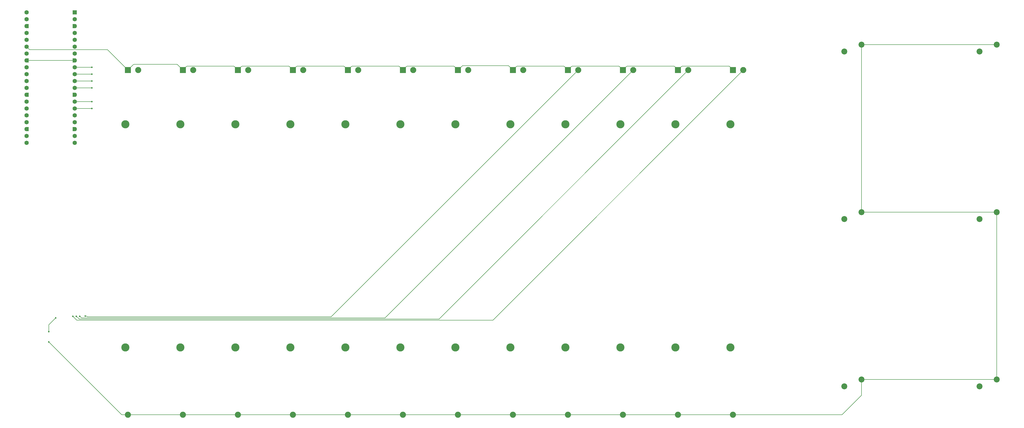
<source format=gbr>
%TF.GenerationSoftware,KiCad,Pcbnew,9.0.1*%
%TF.CreationDate,2025-07-07T17:58:15-06:00*%
%TF.ProjectId,MixDeck v1,4d697844-6563-46b2-9076-312e6b696361,rev?*%
%TF.SameCoordinates,Original*%
%TF.FileFunction,Copper,L1,Top*%
%TF.FilePolarity,Positive*%
%FSLAX46Y46*%
G04 Gerber Fmt 4.6, Leading zero omitted, Abs format (unit mm)*
G04 Created by KiCad (PCBNEW 9.0.1) date 2025-07-07 17:58:15*
%MOMM*%
%LPD*%
G01*
G04 APERTURE LIST*
G04 Aperture macros list*
%AMRoundRect*
0 Rectangle with rounded corners*
0 $1 Rounding radius*
0 $2 $3 $4 $5 $6 $7 $8 $9 X,Y pos of 4 corners*
0 Add a 4 corners polygon primitive as box body*
4,1,4,$2,$3,$4,$5,$6,$7,$8,$9,$2,$3,0*
0 Add four circle primitives for the rounded corners*
1,1,$1+$1,$2,$3*
1,1,$1+$1,$4,$5*
1,1,$1+$1,$6,$7*
1,1,$1+$1,$8,$9*
0 Add four rect primitives between the rounded corners*
20,1,$1+$1,$2,$3,$4,$5,0*
20,1,$1+$1,$4,$5,$6,$7,0*
20,1,$1+$1,$6,$7,$8,$9,0*
20,1,$1+$1,$8,$9,$2,$3,0*%
%AMFreePoly0*
4,1,37,0.603843,0.796157,0.639018,0.796157,0.711114,0.766294,0.766294,0.711114,0.796157,0.639018,0.796157,0.603843,0.800000,0.600000,0.800000,-0.600000,0.796157,-0.603843,0.796157,-0.639018,0.766294,-0.711114,0.711114,-0.766294,0.639018,-0.796157,0.603843,-0.796157,0.600000,-0.800000,0.000000,-0.800000,0.000000,-0.796148,-0.078414,-0.796148,-0.232228,-0.765552,-0.377117,-0.705537,
-0.507515,-0.618408,-0.618408,-0.507515,-0.705537,-0.377117,-0.765552,-0.232228,-0.796148,-0.078414,-0.796148,0.078414,-0.765552,0.232228,-0.705537,0.377117,-0.618408,0.507515,-0.507515,0.618408,-0.377117,0.705537,-0.232228,0.765552,-0.078414,0.796148,0.000000,0.796148,0.000000,0.800000,0.600000,0.800000,0.603843,0.796157,0.603843,0.796157,$1*%
%AMFreePoly1*
4,1,37,0.000000,0.796148,0.078414,0.796148,0.232228,0.765552,0.377117,0.705537,0.507515,0.618408,0.618408,0.507515,0.705537,0.377117,0.765552,0.232228,0.796148,0.078414,0.796148,-0.078414,0.765552,-0.232228,0.705537,-0.377117,0.618408,-0.507515,0.507515,-0.618408,0.377117,-0.705537,0.232228,-0.765552,0.078414,-0.796148,0.000000,-0.796148,0.000000,-0.800000,-0.600000,-0.800000,
-0.603843,-0.796157,-0.639018,-0.796157,-0.711114,-0.766294,-0.766294,-0.711114,-0.796157,-0.639018,-0.796157,-0.603843,-0.800000,-0.600000,-0.800000,0.600000,-0.796157,0.603843,-0.796157,0.639018,-0.766294,0.711114,-0.711114,0.766294,-0.639018,0.796157,-0.603843,0.796157,-0.600000,0.800000,0.000000,0.800000,0.000000,0.796148,0.000000,0.796148,$1*%
G04 Aperture macros list end*
%TA.AperFunction,ComponentPad*%
%ADD10R,2.250000X2.250000*%
%TD*%
%TA.AperFunction,ComponentPad*%
%ADD11C,2.250000*%
%TD*%
%TA.AperFunction,ComponentPad*%
%ADD12C,3.000000*%
%TD*%
%TA.AperFunction,ComponentPad*%
%ADD13C,2.200000*%
%TD*%
%TA.AperFunction,ComponentPad*%
%ADD14RoundRect,0.200000X0.600000X0.600000X-0.600000X0.600000X-0.600000X-0.600000X0.600000X-0.600000X0*%
%TD*%
%TA.AperFunction,ComponentPad*%
%ADD15C,1.600000*%
%TD*%
%TA.AperFunction,ComponentPad*%
%ADD16FreePoly0,180.000000*%
%TD*%
%TA.AperFunction,ComponentPad*%
%ADD17FreePoly1,180.000000*%
%TD*%
%TA.AperFunction,ViaPad*%
%ADD18C,0.600000*%
%TD*%
%TA.AperFunction,Conductor*%
%ADD19C,0.200000*%
%TD*%
G04 APERTURE END LIST*
D10*
%TO.P,RV7,1,1*%
%TO.N,REFV*%
X542914936Y-220730000D03*
D11*
%TO.P,RV7,2,2*%
%TO.N,Net-(U1-I6)*%
X546714936Y-220730000D03*
%TO.P,RV7,3,3*%
%TO.N,GND*%
X542914936Y-348230000D03*
D12*
%TO.P,RV7,MH1*%
%TO.N,N/C*%
X541964936Y-240780000D03*
%TO.P,RV7,MH2*%
X541964936Y-323280000D03*
%TD*%
D10*
%TO.P,RV2,1,1*%
%TO.N,REFV*%
X441299873Y-220730000D03*
D11*
%TO.P,RV2,2,2*%
%TO.N,Net-(U1-I1)*%
X445099873Y-220730000D03*
%TO.P,RV2,3,3*%
%TO.N,GND*%
X441299873Y-348230000D03*
D12*
%TO.P,RV2,MH1*%
%TO.N,N/C*%
X440349873Y-240780000D03*
%TO.P,RV2,MH2*%
X440349873Y-323280000D03*
%TD*%
D10*
%TO.P,RV10,1,1*%
%TO.N,REFV*%
X603883975Y-220730000D03*
D11*
%TO.P,RV10,2,2*%
%TO.N,Net-(U1-I9)*%
X607683975Y-220730000D03*
%TO.P,RV10,3,3*%
%TO.N,GND*%
X603883975Y-348230000D03*
D12*
%TO.P,RV10,MH1*%
%TO.N,N/C*%
X602933975Y-240780000D03*
%TO.P,RV10,MH2*%
X602933975Y-323280000D03*
%TD*%
D13*
%TO.P,SW2,1,1*%
%TO.N,GND*%
X741920000Y-211350000D03*
%TO.P,SW2,2,2*%
%TO.N,Bttn2*%
X735570000Y-213890000D03*
%TD*%
%TO.P,SW6,1,1*%
%TO.N,GND*%
X741920000Y-335190000D03*
%TO.P,SW6,2,2*%
%TO.N,Bttn6*%
X735570000Y-337730000D03*
%TD*%
D10*
%TO.P,RV9,1,1*%
%TO.N,REFV*%
X583560962Y-220730000D03*
D11*
%TO.P,RV9,2,2*%
%TO.N,Net-(U1-I8)*%
X587360962Y-220730000D03*
%TO.P,RV9,3,3*%
%TO.N,GND*%
X583560962Y-348230000D03*
D12*
%TO.P,RV9,MH1*%
%TO.N,N/C*%
X582610962Y-240780000D03*
%TO.P,RV9,MH2*%
X582610962Y-323280000D03*
%TD*%
D10*
%TO.P,RV1,1,1*%
%TO.N,REFV*%
X420976860Y-220730000D03*
D11*
%TO.P,RV1,2,2*%
%TO.N,Net-(U1-I0)*%
X424776860Y-220730000D03*
%TO.P,RV1,3,3*%
%TO.N,GND*%
X420976860Y-348230000D03*
D12*
%TO.P,RV1,MH1*%
%TO.N,N/C*%
X420026860Y-240780000D03*
%TO.P,RV1,MH2*%
X420026860Y-323280000D03*
%TD*%
D10*
%TO.P,RV8,1,1*%
%TO.N,REFV*%
X563237949Y-220730000D03*
D11*
%TO.P,RV8,2,2*%
%TO.N,Net-(U1-I7)*%
X567037949Y-220730000D03*
%TO.P,RV8,3,3*%
%TO.N,GND*%
X563237949Y-348230000D03*
D12*
%TO.P,RV8,MH1*%
%TO.N,N/C*%
X562287949Y-240780000D03*
%TO.P,RV8,MH2*%
X562287949Y-323280000D03*
%TD*%
D10*
%TO.P,RV6,1,1*%
%TO.N,REFV*%
X522591924Y-220730000D03*
D11*
%TO.P,RV6,2,2*%
%TO.N,Net-(U1-I5)*%
X526391924Y-220730000D03*
%TO.P,RV6,3,3*%
%TO.N,GND*%
X522591924Y-348230000D03*
D12*
%TO.P,RV6,MH1*%
%TO.N,N/C*%
X521641924Y-240780000D03*
%TO.P,RV6,MH2*%
X521641924Y-323280000D03*
%TD*%
D10*
%TO.P,RV12,1,1*%
%TO.N,REFV*%
X644530000Y-220730000D03*
D11*
%TO.P,RV12,2,2*%
%TO.N,Net-(U1-I11)*%
X648330000Y-220730000D03*
%TO.P,RV12,3,3*%
%TO.N,GND*%
X644530000Y-348230000D03*
D12*
%TO.P,RV12,MH1*%
%TO.N,N/C*%
X643580000Y-240780000D03*
%TO.P,RV12,MH2*%
X643580000Y-323280000D03*
%TD*%
D13*
%TO.P,SW5,1,1*%
%TO.N,GND*%
X692000000Y-335190000D03*
%TO.P,SW5,2,2*%
%TO.N,Bttn5*%
X685650000Y-337730000D03*
%TD*%
D10*
%TO.P,RV5,1,1*%
%TO.N,REFV*%
X502268911Y-220730000D03*
D11*
%TO.P,RV5,2,2*%
%TO.N,Net-(U1-I4)*%
X506068911Y-220730000D03*
%TO.P,RV5,3,3*%
%TO.N,GND*%
X502268911Y-348230000D03*
D12*
%TO.P,RV5,MH1*%
%TO.N,N/C*%
X501318911Y-240780000D03*
%TO.P,RV5,MH2*%
X501318911Y-323280000D03*
%TD*%
D13*
%TO.P,SW1,1,1*%
%TO.N,GND*%
X692000000Y-211350000D03*
%TO.P,SW1,2,2*%
%TO.N,Bttn1*%
X685650000Y-213890000D03*
%TD*%
D10*
%TO.P,RV4,1,1*%
%TO.N,REFV*%
X481945898Y-220730000D03*
D11*
%TO.P,RV4,2,2*%
%TO.N,Net-(U1-I3)*%
X485745898Y-220730000D03*
%TO.P,RV4,3,3*%
%TO.N,GND*%
X481945898Y-348230000D03*
D12*
%TO.P,RV4,MH1*%
%TO.N,N/C*%
X480995898Y-240780000D03*
%TO.P,RV4,MH2*%
X480995898Y-323280000D03*
%TD*%
D10*
%TO.P,RV3,1,1*%
%TO.N,REFV*%
X461622885Y-220730000D03*
D11*
%TO.P,RV3,2,2*%
%TO.N,Net-(U1-I2)*%
X465422885Y-220730000D03*
%TO.P,RV3,3,3*%
%TO.N,GND*%
X461622885Y-348230000D03*
D12*
%TO.P,RV3,MH1*%
%TO.N,N/C*%
X460672885Y-240780000D03*
%TO.P,RV3,MH2*%
X460672885Y-323280000D03*
%TD*%
D10*
%TO.P,RV11,1,1*%
%TO.N,REFV*%
X624206987Y-220730000D03*
D11*
%TO.P,RV11,2,2*%
%TO.N,Net-(U1-I10)*%
X628006987Y-220730000D03*
%TO.P,RV11,3,3*%
%TO.N,GND*%
X624206987Y-348230000D03*
D12*
%TO.P,RV11,MH1*%
%TO.N,N/C*%
X623256987Y-240780000D03*
%TO.P,RV11,MH2*%
X623256987Y-323280000D03*
%TD*%
D13*
%TO.P,SW3,1,1*%
%TO.N,GND*%
X692000000Y-273270000D03*
%TO.P,SW3,2,2*%
%TO.N,Bttn4*%
X685650000Y-275810000D03*
%TD*%
%TO.P,SW4,1,1*%
%TO.N,GND*%
X741920000Y-273270000D03*
%TO.P,SW4,2,2*%
%TO.N,Bttn3*%
X735570000Y-275810000D03*
%TD*%
D14*
%TO.P,A1,1,GPIO0*%
%TO.N,unconnected-(A1-GPIO0-Pad1)*%
X401320000Y-199390000D03*
D15*
%TO.P,A1,2,GPIO1*%
%TO.N,unconnected-(A1-GPIO1-Pad2)*%
X401320000Y-201930000D03*
D16*
%TO.P,A1,3,GND*%
%TO.N,GND*%
X401320000Y-204470000D03*
D15*
%TO.P,A1,4,GPIO2*%
%TO.N,S0*%
X401320000Y-207010000D03*
%TO.P,A1,5,GPIO3*%
%TO.N,S1*%
X401320000Y-209550000D03*
%TO.P,A1,6,GPIO4*%
%TO.N,S2*%
X401320000Y-212090000D03*
%TO.P,A1,7,GPIO5*%
%TO.N,S3*%
X401320000Y-214630000D03*
D16*
%TO.P,A1,8,GND*%
%TO.N,GND*%
X401320000Y-217170000D03*
D15*
%TO.P,A1,9,GPIO6*%
%TO.N,Bttn1*%
X401320000Y-219710000D03*
%TO.P,A1,10,GPIO7*%
%TO.N,Bttn2*%
X401320000Y-222250000D03*
%TO.P,A1,11,GPIO8*%
%TO.N,Bttn3*%
X401320000Y-224790000D03*
%TO.P,A1,12,GPIO9*%
%TO.N,Bttn4*%
X401320000Y-227330000D03*
D16*
%TO.P,A1,13,GND*%
%TO.N,GND*%
X401320000Y-229870000D03*
D15*
%TO.P,A1,14,GPIO10*%
%TO.N,Bttn5*%
X401320000Y-232410000D03*
%TO.P,A1,15,GPIO11*%
%TO.N,Bttn6*%
X401320000Y-234950000D03*
%TO.P,A1,16,GPIO12*%
%TO.N,unconnected-(A1-GPIO12-Pad16)*%
X401320000Y-237490000D03*
%TO.P,A1,17,GPIO13*%
%TO.N,unconnected-(A1-GPIO13-Pad17)*%
X401320000Y-240030000D03*
D16*
%TO.P,A1,18,GND*%
%TO.N,GND*%
X401320000Y-242570000D03*
D15*
%TO.P,A1,19,GPIO14*%
%TO.N,unconnected-(A1-GPIO14-Pad19)*%
X401320000Y-245110000D03*
%TO.P,A1,20,GPIO15*%
%TO.N,unconnected-(A1-GPIO15-Pad20)*%
X401320000Y-247650000D03*
%TO.P,A1,21,GPIO16*%
%TO.N,unconnected-(A1-GPIO16-Pad21)*%
X383540000Y-247650000D03*
%TO.P,A1,22,GPIO17*%
%TO.N,unconnected-(A1-GPIO17-Pad22)*%
X383540000Y-245110000D03*
D17*
%TO.P,A1,23,GND*%
%TO.N,GND*%
X383540000Y-242570000D03*
D15*
%TO.P,A1,24,GPIO18*%
%TO.N,unconnected-(A1-GPIO18-Pad24)*%
X383540000Y-240030000D03*
%TO.P,A1,25,GPIO19*%
%TO.N,unconnected-(A1-GPIO19-Pad25)*%
X383540000Y-237490000D03*
%TO.P,A1,26,GPIO20*%
%TO.N,unconnected-(A1-GPIO20-Pad26)*%
X383540000Y-234950000D03*
%TO.P,A1,27,GPIO21*%
%TO.N,unconnected-(A1-GPIO21-Pad27)*%
X383540000Y-232410000D03*
D17*
%TO.P,A1,28,GND*%
%TO.N,GND*%
X383540000Y-229870000D03*
D15*
%TO.P,A1,29,GPIO22*%
%TO.N,unconnected-(A1-GPIO22-Pad29)*%
X383540000Y-227330000D03*
%TO.P,A1,30,RUN*%
%TO.N,unconnected-(A1-RUN-Pad30)*%
X383540000Y-224790000D03*
%TO.P,A1,31,GPIO26_ADC0*%
%TO.N,SIG*%
X383540000Y-222250000D03*
%TO.P,A1,32,GPIO27_ADC1*%
%TO.N,unconnected-(A1-GPIO27_ADC1-Pad32)*%
X383540000Y-219710000D03*
D17*
%TO.P,A1,33,AGND*%
%TO.N,GND*%
X383540000Y-217170000D03*
D15*
%TO.P,A1,34,GPIO28_ADC2*%
%TO.N,unconnected-(A1-GPIO28_ADC2-Pad34)*%
X383540000Y-214630000D03*
%TO.P,A1,35,ADC_VREF*%
%TO.N,REFV*%
X383540000Y-212090000D03*
%TO.P,A1,36,3V3*%
%TO.N,3V3*%
X383540000Y-209550000D03*
%TO.P,A1,37,3V3_EN*%
%TO.N,unconnected-(A1-3V3_EN-Pad37)*%
X383540000Y-207010000D03*
D17*
%TO.P,A1,38,GND*%
%TO.N,GND*%
X383540000Y-204470000D03*
D15*
%TO.P,A1,39,VSYS*%
%TO.N,unconnected-(A1-VSYS-Pad39)*%
X383540000Y-201930000D03*
%TO.P,A1,40,VBUS*%
%TO.N,unconnected-(A1-VBUS-Pad40)*%
X383540000Y-199390000D03*
%TD*%
D18*
%TO.N,GND*%
X394335000Y-312420000D03*
X391795000Y-321310000D03*
X391795000Y-317500000D03*
%TO.N,Bttn3*%
X407670000Y-224790000D03*
%TO.N,Bttn1*%
X407670000Y-219710000D03*
%TO.N,Bttn5*%
X407670000Y-232410000D03*
%TO.N,Bttn2*%
X407670000Y-222250000D03*
%TO.N,Bttn6*%
X407670000Y-234950000D03*
%TO.N,Bttn4*%
X407670000Y-227330000D03*
%TO.N,Net-(U1-I8)*%
X405203123Y-311690317D03*
%TO.N,Net-(U1-I9)*%
X403225000Y-311785000D03*
%TO.N,Net-(U1-I10)*%
X401955000Y-311785000D03*
%TO.N,Net-(U1-I11)*%
X400685000Y-311785000D03*
%TD*%
D19*
%TO.N,GND*%
X394335000Y-312420000D02*
X391795000Y-314960000D01*
X418715000Y-348230000D02*
X420976860Y-348230000D01*
X391795000Y-321310000D02*
X418715000Y-348230000D01*
X563237949Y-348230000D02*
X583560962Y-348230000D01*
X502268911Y-348230000D02*
X522591924Y-348230000D01*
X461622885Y-348230000D02*
X481945898Y-348230000D01*
X624206987Y-348230000D02*
X644530000Y-348230000D01*
X391795000Y-314960000D02*
X391795000Y-317500000D01*
X692000000Y-335190000D02*
X741920000Y-335190000D01*
X741920000Y-273270000D02*
X692000000Y-273270000D01*
X684824816Y-348230000D02*
X692000000Y-341054816D01*
X692000000Y-273270000D02*
X692000000Y-211350000D01*
X644530000Y-348230000D02*
X684824816Y-348230000D01*
X420976860Y-348230000D02*
X441299873Y-348230000D01*
X441299873Y-348230000D02*
X461622885Y-348230000D01*
X692000000Y-211350000D02*
X741920000Y-211350000D01*
X481945898Y-348230000D02*
X502268911Y-348230000D01*
X542914936Y-348230000D02*
X563237949Y-348230000D01*
X603883975Y-348230000D02*
X624206987Y-348230000D01*
X692000000Y-341054816D02*
X692000000Y-335190000D01*
X741920000Y-335190000D02*
X741920000Y-273270000D01*
X401320000Y-217170000D02*
X383540000Y-217170000D01*
X583560962Y-348230000D02*
X603883975Y-348230000D01*
X522591924Y-348230000D02*
X542914936Y-348230000D01*
%TO.N,Bttn3*%
X401320000Y-224790000D02*
X407670000Y-224790000D01*
%TO.N,Bttn1*%
X401320000Y-219710000D02*
X407670000Y-219710000D01*
%TO.N,Bttn5*%
X401320000Y-232410000D02*
X407670000Y-232410000D01*
%TO.N,Bttn2*%
X401320000Y-222250000D02*
X407670000Y-222250000D01*
%TO.N,Bttn6*%
X401320000Y-234950000D02*
X407670000Y-234950000D01*
%TO.N,REFV*%
X500842911Y-219304000D02*
X502268911Y-220730000D01*
X605309975Y-219304000D02*
X622780987Y-219304000D01*
X460196885Y-219304000D02*
X461622885Y-220730000D01*
X602457975Y-219304000D02*
X603883975Y-220730000D01*
X439178873Y-218609000D02*
X441299873Y-220730000D01*
X442725873Y-219304000D02*
X460196885Y-219304000D01*
X423097860Y-218609000D02*
X439178873Y-218609000D01*
X582134962Y-219304000D02*
X583560962Y-220730000D01*
X463048885Y-219304000D02*
X480519898Y-219304000D01*
X441299873Y-220730000D02*
X442725873Y-219304000D01*
X384641000Y-213191000D02*
X413437860Y-213191000D01*
X561582949Y-219075000D02*
X563237949Y-220730000D01*
X483371898Y-219304000D02*
X500842911Y-219304000D01*
X583560962Y-220730000D02*
X584986962Y-219304000D01*
X603883975Y-220730000D02*
X605309975Y-219304000D01*
X625632987Y-219304000D02*
X643104000Y-219304000D01*
X481945898Y-220730000D02*
X483371898Y-219304000D01*
X480519898Y-219304000D02*
X481945898Y-220730000D01*
X503694911Y-219304000D02*
X521165924Y-219304000D01*
X502268911Y-220730000D02*
X503694911Y-219304000D01*
X521165924Y-219304000D02*
X522591924Y-220730000D01*
X624206987Y-220730000D02*
X625632987Y-219304000D01*
X622780987Y-219304000D02*
X624206987Y-220730000D01*
X383540000Y-212090000D02*
X384641000Y-213191000D01*
X541488936Y-219304000D02*
X542914936Y-220730000D01*
X584986962Y-219304000D02*
X602457975Y-219304000D01*
X563237949Y-220730000D02*
X564663949Y-219304000D01*
X542914936Y-220730000D02*
X544569936Y-219075000D01*
X643104000Y-219304000D02*
X644530000Y-220730000D01*
X522591924Y-220730000D02*
X524017924Y-219304000D01*
X420976860Y-220730000D02*
X423097860Y-218609000D01*
X461622885Y-220730000D02*
X463048885Y-219304000D01*
X564663949Y-219304000D02*
X582134962Y-219304000D01*
X544569936Y-219075000D02*
X561582949Y-219075000D01*
X524017924Y-219304000D02*
X541488936Y-219304000D01*
X413437860Y-213191000D02*
X420976860Y-220730000D01*
%TO.N,Bttn4*%
X401320000Y-227330000D02*
X407670000Y-227330000D01*
%TO.N,Net-(U1-I8)*%
X496071962Y-312019000D02*
X587360962Y-220730000D01*
X405670317Y-311690317D02*
X405999000Y-312019000D01*
X405999000Y-312019000D02*
X496071962Y-312019000D01*
X405203123Y-311690317D02*
X405670317Y-311690317D01*
%TO.N,Net-(U1-I9)*%
X403860000Y-312420000D02*
X515993975Y-312420000D01*
X515993975Y-312420000D02*
X607683975Y-220730000D01*
X403225000Y-311785000D02*
X403860000Y-312420000D01*
%TO.N,Net-(U1-I10)*%
X401955000Y-311785000D02*
X402991000Y-312821000D01*
X402991000Y-312821000D02*
X535915987Y-312821000D01*
X535915987Y-312821000D02*
X628006987Y-220730000D01*
%TO.N,Net-(U1-I11)*%
X555838000Y-313222000D02*
X648330000Y-220730000D01*
X402122000Y-313222000D02*
X555838000Y-313222000D01*
X400685000Y-311785000D02*
X402122000Y-313222000D01*
%TD*%
M02*

</source>
